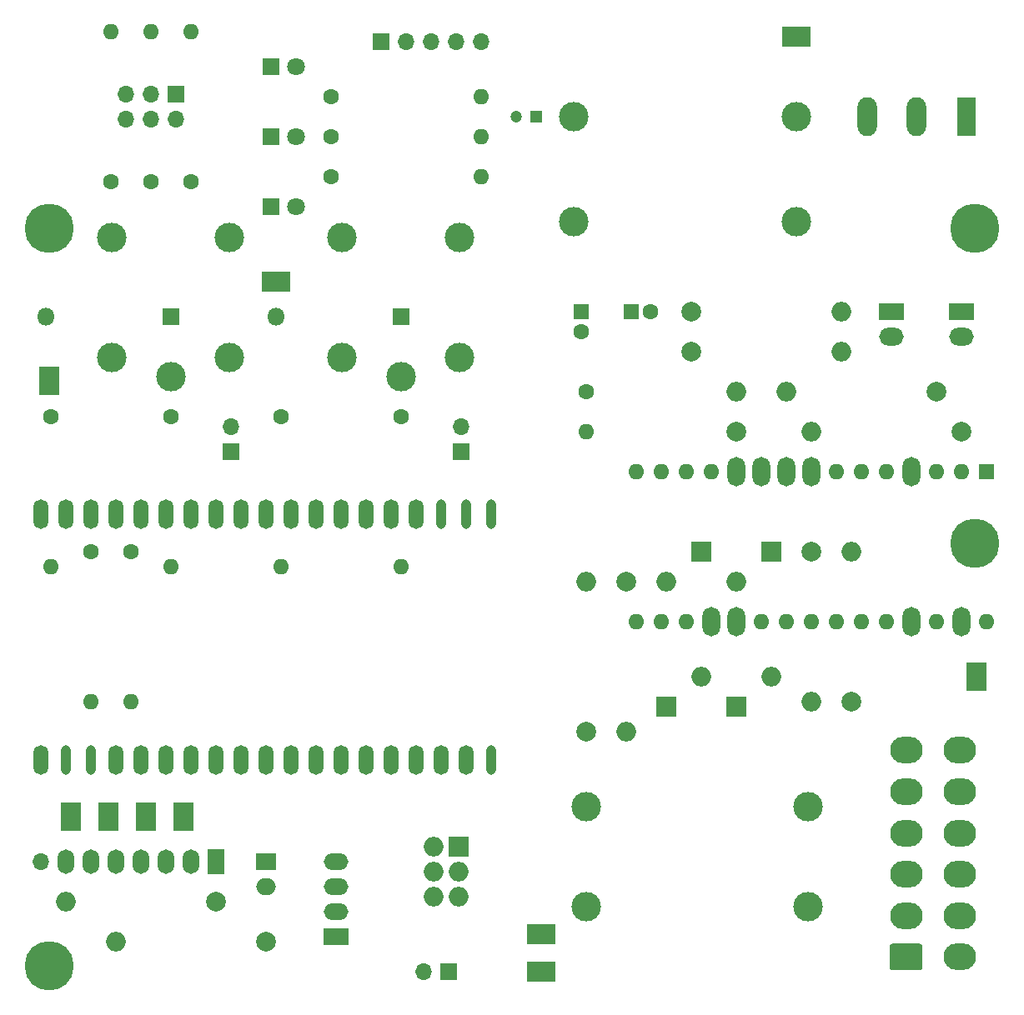
<source format=gts>
%TF.GenerationSoftware,KiCad,Pcbnew,(5.1.12-1-10_14)*%
%TF.CreationDate,2023-03-30T15:47:48+02:00*%
%TF.ProjectId,Airlock-Mainboard,4169726c-6f63-46b2-9d4d-61696e626f61,rev?*%
%TF.SameCoordinates,Original*%
%TF.FileFunction,Soldermask,Top*%
%TF.FilePolarity,Negative*%
%FSLAX46Y46*%
G04 Gerber Fmt 4.6, Leading zero omitted, Abs format (unit mm)*
G04 Created by KiCad (PCBNEW (5.1.12-1-10_14)) date 2023-03-30 15:47:48*
%MOMM*%
%LPD*%
G01*
G04 APERTURE LIST*
%ADD10C,5.000000*%
%ADD11R,2.500000X1.700000*%
%ADD12O,2.500000X1.700000*%
%ADD13R,1.700000X1.700000*%
%ADD14O,1.700000X1.700000*%
%ADD15R,2.000000X2.000000*%
%ADD16O,2.000000X2.000000*%
%ADD17O,1.500000X3.000000*%
%ADD18O,1.000000X3.000000*%
%ADD19R,1.600000X1.600000*%
%ADD20O,1.600000X1.600000*%
%ADD21O,1.800000X3.000000*%
%ADD22C,1.600000*%
%ADD23R,1.200000X1.200000*%
%ADD24C,1.200000*%
%ADD25O,1.800000X1.800000*%
%ADD26R,1.800000X1.800000*%
%ADD27O,2.500000X1.800000*%
%ADD28R,2.500000X1.800000*%
%ADD29C,1.800000*%
%ADD30C,3.000000*%
%ADD31R,1.980000X3.960000*%
%ADD32O,1.980000X3.960000*%
%ADD33R,1.700000X2.500000*%
%ADD34O,1.700000X2.500000*%
%ADD35O,3.300000X2.700000*%
%ADD36R,2.000000X1.700000*%
%ADD37O,2.000000X1.700000*%
%ADD38R,3.000000X2.000000*%
%ADD39R,2.000000X3.000000*%
%ADD40C,2.000000*%
G04 APERTURE END LIST*
D10*
%TO.C,REF\u002A\u002A*%
X262000000Y-57000000D03*
%TD*%
%TO.C,REF\u002A\u002A*%
X168000000Y-57000000D03*
%TD*%
%TO.C,REF\u002A\u002A*%
X262000000Y-89000000D03*
%TD*%
%TO.C,REF\u002A\u002A*%
X168000000Y-132000000D03*
%TD*%
D11*
%TO.C,J4*%
X197104000Y-129032000D03*
D12*
X197104000Y-126492000D03*
X197104000Y-123952000D03*
X197104000Y-121412000D03*
%TD*%
D13*
%TO.C,J2*%
X201676000Y-38100000D03*
D14*
X204216000Y-38100000D03*
X206756000Y-38100000D03*
X209296000Y-38100000D03*
X211836000Y-38100000D03*
%TD*%
D15*
%TO.C,J6*%
X209550000Y-119888000D03*
D16*
X207010000Y-119888000D03*
X209550000Y-122428000D03*
X207010000Y-122428000D03*
X209550000Y-124968000D03*
X207010000Y-124968000D03*
%TD*%
D13*
%TO.C,J3*%
X180848000Y-43434000D03*
D14*
X180848000Y-45974000D03*
X178308000Y-43434000D03*
X178308000Y-45974000D03*
X175768000Y-43434000D03*
X175768000Y-45974000D03*
%TD*%
D17*
%TO.C,U3*%
X167132000Y-86052000D03*
X167132000Y-111052000D03*
X169672000Y-86052000D03*
D18*
X169672000Y-111052000D03*
D17*
X172212000Y-86052000D03*
D18*
X172212000Y-111052000D03*
D17*
X174752000Y-86052000D03*
X174752000Y-111052000D03*
X177292000Y-86052000D03*
X177292000Y-111052000D03*
X179832000Y-86052000D03*
X179832000Y-111052000D03*
X182372000Y-86052000D03*
X182372000Y-111052000D03*
X184912000Y-86052000D03*
X184912000Y-111052000D03*
X187452000Y-86052000D03*
X187452000Y-111052000D03*
X189992000Y-86052000D03*
X189992000Y-111052000D03*
X192532000Y-86052000D03*
X192532000Y-111052000D03*
X195072000Y-86052000D03*
X195072000Y-111052000D03*
X197612000Y-86052000D03*
X197612000Y-111052000D03*
X200152000Y-86052000D03*
X200152000Y-111052000D03*
X202692000Y-86052000D03*
X202692000Y-111052000D03*
X205232000Y-86052000D03*
X205232000Y-111052000D03*
D18*
X207772000Y-86052000D03*
D17*
X207772000Y-111052000D03*
D18*
X210312000Y-86052000D03*
D17*
X210312000Y-111052000D03*
D18*
X212852000Y-86052000D03*
X212852000Y-111052000D03*
%TD*%
D19*
%TO.C,A1*%
X263144000Y-81788000D03*
D20*
X230124000Y-97028000D03*
X260604000Y-81788000D03*
X232664000Y-97028000D03*
X258064000Y-81788000D03*
D21*
X235204000Y-97028000D03*
X255524000Y-81788000D03*
X237744000Y-97028000D03*
D20*
X252984000Y-81788000D03*
X240284000Y-97028000D03*
X250444000Y-81788000D03*
X242824000Y-97028000D03*
X247904000Y-81788000D03*
X245364000Y-97028000D03*
D21*
X245364000Y-81788000D03*
D20*
X247904000Y-97028000D03*
D21*
X242824000Y-81788000D03*
D20*
X250444000Y-97028000D03*
D21*
X240284000Y-81788000D03*
D20*
X252984000Y-97028000D03*
D21*
X237744000Y-81788000D03*
X255524000Y-97028000D03*
D20*
X235204000Y-81788000D03*
X258064000Y-97028000D03*
X232664000Y-81788000D03*
D21*
X260604000Y-97028000D03*
D20*
X230124000Y-81788000D03*
X263144000Y-97028000D03*
X227584000Y-81788000D03*
X227584000Y-97028000D03*
%TD*%
D22*
%TO.C,C2*%
X221996000Y-67532000D03*
D19*
X221996000Y-65532000D03*
%TD*%
D23*
%TO.C,C5*%
X217424000Y-45720000D03*
D24*
X215424000Y-45720000D03*
%TD*%
D19*
%TO.C,C6*%
X227076000Y-65532000D03*
D22*
X229076000Y-65532000D03*
%TD*%
D25*
%TO.C,D1*%
X167640000Y-66040000D03*
D26*
X180340000Y-66040000D03*
%TD*%
D25*
%TO.C,D2*%
X191008000Y-66040000D03*
D26*
X203708000Y-66040000D03*
%TD*%
D27*
%TO.C,D3*%
X253492000Y-68072000D03*
D28*
X253492000Y-65532000D03*
%TD*%
%TO.C,D4*%
X260604000Y-65532000D03*
D27*
X260604000Y-68072000D03*
%TD*%
D26*
%TO.C,D5(12V)*%
X190500000Y-47752000D03*
D29*
X193040000Y-47752000D03*
%TD*%
%TO.C,D6(5V)*%
X193040000Y-40640000D03*
D26*
X190500000Y-40640000D03*
%TD*%
%TO.C,D7(3V3)*%
X190500000Y-54864000D03*
D29*
X193040000Y-54864000D03*
%TD*%
D16*
%TO.C,D8*%
X230632000Y-92964000D03*
D15*
X230632000Y-105664000D03*
%TD*%
%TO.C,D9*%
X234188000Y-89916000D03*
D16*
X234188000Y-102616000D03*
%TD*%
D15*
%TO.C,D10*%
X237744000Y-105664000D03*
D16*
X237744000Y-92964000D03*
%TD*%
D15*
%TO.C,D11*%
X241300000Y-89916000D03*
D16*
X241300000Y-102616000D03*
%TD*%
D30*
%TO.C,F1*%
X243840000Y-45720000D03*
X221240000Y-45720000D03*
%TD*%
%TO.C,F2*%
X243840000Y-56388000D03*
X221240000Y-56388000D03*
%TD*%
%TO.C,F3*%
X245104000Y-115824000D03*
X222504000Y-115824000D03*
%TD*%
%TO.C,F4*%
X222504000Y-125984000D03*
X245104000Y-125984000D03*
%TD*%
D31*
%TO.C,J1*%
X261112000Y-45720000D03*
D32*
X256112000Y-45720000D03*
X251112000Y-45720000D03*
%TD*%
D33*
%TO.C,J5*%
X184912000Y-121412000D03*
D34*
X182372000Y-121412000D03*
X179832000Y-121412000D03*
X177292000Y-121412000D03*
X174752000Y-121412000D03*
X172212000Y-121412000D03*
X169672000Y-121412000D03*
D14*
X167132000Y-121412000D03*
%TD*%
%TO.C,J7*%
G36*
G01*
X256415999Y-132414000D02*
X253616001Y-132414000D01*
G75*
G02*
X253366000Y-132163999I0J250001D01*
G01*
X253366000Y-129964001D01*
G75*
G02*
X253616001Y-129714000I250001J0D01*
G01*
X256415999Y-129714000D01*
G75*
G02*
X256666000Y-129964001I0J-250001D01*
G01*
X256666000Y-132163999D01*
G75*
G02*
X256415999Y-132414000I-250001J0D01*
G01*
G37*
D35*
X255016000Y-126864000D03*
X255016000Y-122664000D03*
X255016000Y-118464000D03*
X255016000Y-114264000D03*
X255016000Y-110064000D03*
X260516000Y-131064000D03*
X260516000Y-126864000D03*
X260516000Y-122664000D03*
X260516000Y-118464000D03*
X260516000Y-114264000D03*
X260516000Y-110064000D03*
%TD*%
D14*
%TO.C,JP1: Pull to kill K1 ->*%
X186436000Y-77216000D03*
D13*
X186436000Y-79756000D03*
%TD*%
%TO.C,JP2: Pull to kill K2 ->*%
X209804000Y-79756000D03*
D14*
X209804000Y-77216000D03*
%TD*%
D36*
%TO.C,JP3*%
X189992000Y-121412000D03*
D37*
X189992000Y-123952000D03*
%TD*%
D14*
%TO.C,JP4*%
X205994000Y-132588000D03*
D13*
X208534000Y-132588000D03*
%TD*%
D30*
%TO.C,K1*%
X186340000Y-70136000D03*
X186340000Y-57936000D03*
X174340000Y-57936000D03*
X174340000Y-70136000D03*
X180340000Y-72136000D03*
%TD*%
%TO.C,K2*%
X203708000Y-72136000D03*
X197708000Y-70136000D03*
X197708000Y-57936000D03*
X209708000Y-57936000D03*
X209708000Y-70136000D03*
%TD*%
D38*
%TO.C,MP1*%
X217932000Y-128778000D03*
%TD*%
%TO.C,MP2*%
X217932000Y-132588000D03*
%TD*%
D39*
%TO.C,MP3*%
X262128000Y-102616000D03*
%TD*%
D38*
%TO.C,MP5*%
X243840000Y-37592000D03*
%TD*%
D39*
%TO.C,MP9*%
X168000000Y-72500000D03*
%TD*%
D38*
%TO.C,MP10*%
X191008000Y-62484000D03*
%TD*%
D39*
%TO.C,MP11*%
X181610000Y-116840000D03*
%TD*%
%TO.C,MP12*%
X177800000Y-116840000D03*
%TD*%
%TO.C,MP13*%
X173990000Y-116840000D03*
%TD*%
%TO.C,MP14*%
X170180000Y-116840000D03*
%TD*%
D40*
%TO.C,R1*%
X258064000Y-73660000D03*
D16*
X242824000Y-73660000D03*
%TD*%
%TO.C,R2*%
X248412000Y-65532000D03*
D40*
X233172000Y-65532000D03*
%TD*%
%TO.C,R3*%
X233172000Y-69596000D03*
D16*
X248412000Y-69596000D03*
%TD*%
D22*
%TO.C,R4*%
X222504000Y-73660000D03*
D16*
X237744000Y-73660000D03*
%TD*%
%TO.C,R5*%
X245364000Y-77724000D03*
D40*
X260604000Y-77724000D03*
%TD*%
D20*
%TO.C,R6*%
X222504000Y-77724000D03*
D40*
X237744000Y-77724000D03*
%TD*%
D22*
%TO.C,R7*%
X196596000Y-47752000D03*
D20*
X211836000Y-47752000D03*
%TD*%
%TO.C,R8*%
X211836000Y-43688000D03*
D22*
X196596000Y-43688000D03*
%TD*%
%TO.C,R9*%
X174244000Y-52324000D03*
D20*
X174244000Y-37084000D03*
%TD*%
%TO.C,R10*%
X178308000Y-37084000D03*
D22*
X178308000Y-52324000D03*
%TD*%
D20*
%TO.C,R11*%
X182372000Y-37084000D03*
D22*
X182372000Y-52324000D03*
%TD*%
%TO.C,R12*%
X168148000Y-76200000D03*
D20*
X168148000Y-91440000D03*
%TD*%
%TO.C,R13*%
X180340000Y-91440000D03*
D22*
X180340000Y-76200000D03*
%TD*%
D20*
%TO.C,R14*%
X176276000Y-105156000D03*
D22*
X176276000Y-89916000D03*
%TD*%
%TO.C,R15*%
X172212000Y-89916000D03*
D20*
X172212000Y-105156000D03*
%TD*%
D16*
%TO.C,R16*%
X169672000Y-125476000D03*
D40*
X184912000Y-125476000D03*
%TD*%
D22*
%TO.C,R17*%
X191516000Y-76200000D03*
D20*
X191516000Y-91440000D03*
%TD*%
%TO.C,R18*%
X203708000Y-91440000D03*
D22*
X203708000Y-76200000D03*
%TD*%
D40*
%TO.C,R19*%
X190000000Y-129540000D03*
D16*
X174760000Y-129540000D03*
%TD*%
D22*
%TO.C,R20*%
X196596000Y-51816000D03*
D20*
X211836000Y-51816000D03*
%TD*%
D16*
%TO.C,R21*%
X222504000Y-92964000D03*
D40*
X222504000Y-108204000D03*
%TD*%
%TO.C,R22*%
X226568000Y-92964000D03*
D16*
X226568000Y-108204000D03*
%TD*%
%TO.C,R23*%
X249428000Y-89916000D03*
D40*
X249428000Y-105156000D03*
%TD*%
%TO.C,R24*%
X245364000Y-89916000D03*
D16*
X245364000Y-105156000D03*
%TD*%
M02*

</source>
